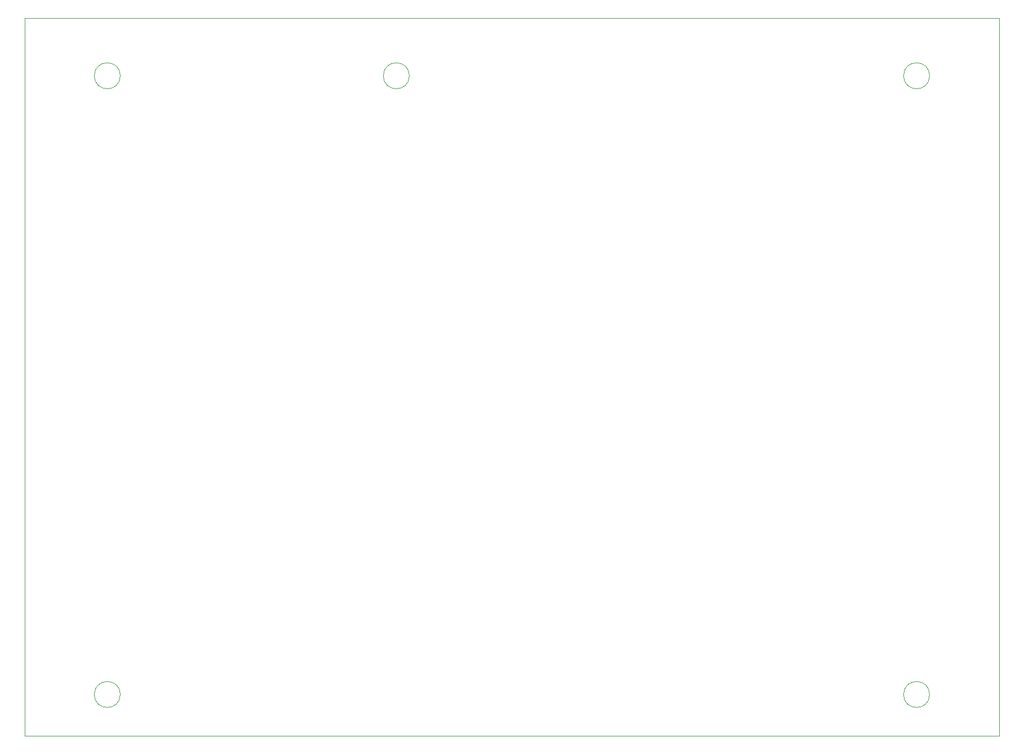
<source format=gbr>
G04 #@! TF.GenerationSoftware,KiCad,Pcbnew,(5.1.5-0-10_14)*
G04 #@! TF.CreationDate,2021-03-05T21:15:02+01:00*
G04 #@! TF.ProjectId,RCA2020-Mk1,52434132-3032-4302-9d4d-6b312e6b6963,4*
G04 #@! TF.SameCoordinates,Original*
G04 #@! TF.FileFunction,Profile,NP*
%FSLAX46Y46*%
G04 Gerber Fmt 4.6, Leading zero omitted, Abs format (unit mm)*
G04 Created by KiCad (PCBNEW (5.1.5-0-10_14)) date 2021-03-05 21:15:02*
%MOMM*%
%LPD*%
G04 APERTURE LIST*
%ADD10C,0.050000*%
%ADD11C,0.100000*%
G04 APERTURE END LIST*
D10*
X75660000Y-133350000D02*
G75*
G03X75660000Y-133350000I-2000000J0D01*
G01*
X75660000Y-38100000D02*
G75*
G03X75660000Y-38100000I-2000000J0D01*
G01*
X120110000Y-38100000D02*
G75*
G03X120110000Y-38100000I-2000000J0D01*
G01*
X200120000Y-133350000D02*
G75*
G03X200120000Y-133350000I-2000000J0D01*
G01*
X200120000Y-38100000D02*
G75*
G03X200120000Y-38100000I-2000000J0D01*
G01*
D11*
X210820000Y-29210000D02*
X210820000Y-139700000D01*
X60960000Y-29210000D02*
X210820000Y-29210000D01*
X60960000Y-139700000D02*
X60960000Y-29210000D01*
X210820000Y-139700000D02*
X60960000Y-139700000D01*
M02*

</source>
